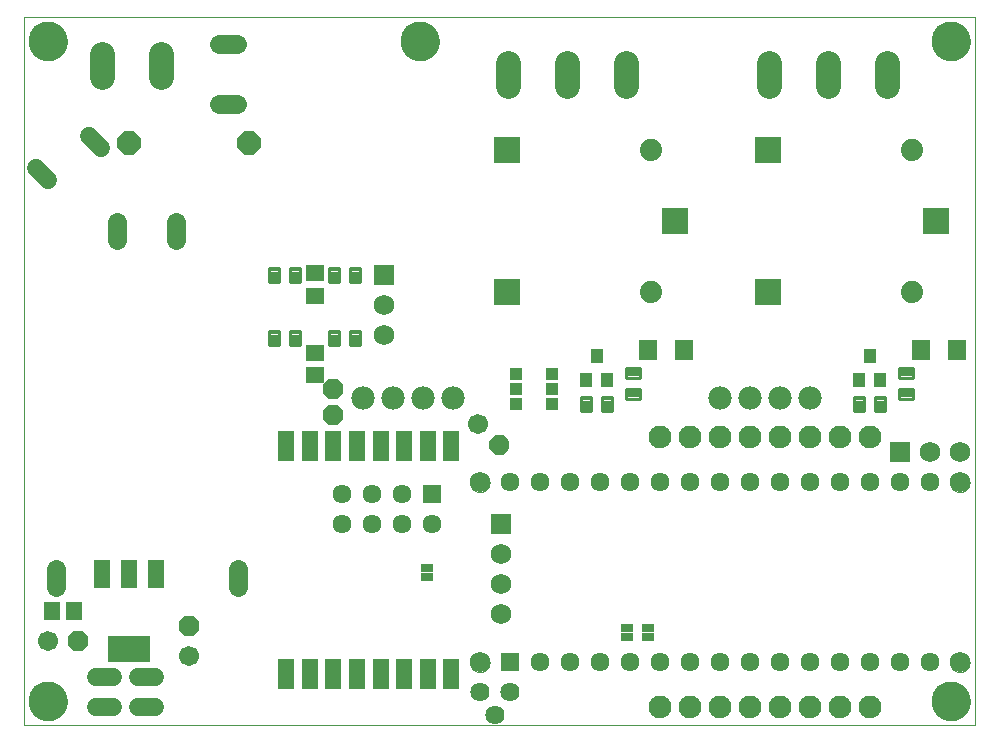
<source format=gbs>
G75*
%MOIN*%
%OFA0B0*%
%FSLAX25Y25*%
%IPPOS*%
%LPD*%
%AMOC8*
5,1,8,0,0,1.08239X$1,22.5*
%
%ADD10C,0.00000*%
%ADD11C,0.12998*%
%ADD12R,0.06337X0.06337*%
%ADD13C,0.06337*%
%ADD14C,0.01340*%
%ADD15C,0.06700*%
%ADD16R,0.05400X0.10400*%
%ADD17R,0.03900X0.02800*%
%ADD18OC8,0.06700*%
%ADD19R,0.09000X0.09000*%
%ADD20C,0.07400*%
%ADD21C,0.01100*%
%ADD22R,0.04400X0.04900*%
%ADD23C,0.08200*%
%ADD24R,0.06400X0.07000*%
%ADD25C,0.07600*%
%ADD26C,0.06337*%
%ADD27C,0.06000*%
%ADD28C,0.06400*%
%ADD29R,0.05518X0.06306*%
%ADD30R,0.05400X0.09400*%
%ADD31R,0.14400X0.08900*%
%ADD32C,0.06900*%
%ADD33C,0.07800*%
%ADD34OC8,0.08000*%
%ADD35C,0.06400*%
%ADD36R,0.06306X0.05518*%
%ADD37R,0.04400X0.04400*%
%ADD38R,0.06900X0.06900*%
D10*
X0006435Y0031850D02*
X0323435Y0031850D01*
X0323435Y0267850D01*
X0006435Y0267850D01*
X0006435Y0031850D01*
X0008136Y0039850D02*
X0008138Y0040008D01*
X0008144Y0040166D01*
X0008154Y0040324D01*
X0008168Y0040482D01*
X0008186Y0040639D01*
X0008207Y0040796D01*
X0008233Y0040952D01*
X0008263Y0041108D01*
X0008296Y0041263D01*
X0008334Y0041416D01*
X0008375Y0041569D01*
X0008420Y0041721D01*
X0008469Y0041872D01*
X0008522Y0042021D01*
X0008578Y0042169D01*
X0008638Y0042315D01*
X0008702Y0042460D01*
X0008770Y0042603D01*
X0008841Y0042745D01*
X0008915Y0042885D01*
X0008993Y0043022D01*
X0009075Y0043158D01*
X0009159Y0043292D01*
X0009248Y0043423D01*
X0009339Y0043552D01*
X0009434Y0043679D01*
X0009531Y0043804D01*
X0009632Y0043926D01*
X0009736Y0044045D01*
X0009843Y0044162D01*
X0009953Y0044276D01*
X0010066Y0044387D01*
X0010181Y0044496D01*
X0010299Y0044601D01*
X0010420Y0044703D01*
X0010543Y0044803D01*
X0010669Y0044899D01*
X0010797Y0044992D01*
X0010927Y0045082D01*
X0011060Y0045168D01*
X0011195Y0045252D01*
X0011331Y0045331D01*
X0011470Y0045408D01*
X0011611Y0045480D01*
X0011753Y0045550D01*
X0011897Y0045615D01*
X0012043Y0045677D01*
X0012190Y0045735D01*
X0012339Y0045790D01*
X0012489Y0045841D01*
X0012640Y0045888D01*
X0012792Y0045931D01*
X0012945Y0045970D01*
X0013100Y0046006D01*
X0013255Y0046037D01*
X0013411Y0046065D01*
X0013567Y0046089D01*
X0013724Y0046109D01*
X0013882Y0046125D01*
X0014039Y0046137D01*
X0014198Y0046145D01*
X0014356Y0046149D01*
X0014514Y0046149D01*
X0014672Y0046145D01*
X0014831Y0046137D01*
X0014988Y0046125D01*
X0015146Y0046109D01*
X0015303Y0046089D01*
X0015459Y0046065D01*
X0015615Y0046037D01*
X0015770Y0046006D01*
X0015925Y0045970D01*
X0016078Y0045931D01*
X0016230Y0045888D01*
X0016381Y0045841D01*
X0016531Y0045790D01*
X0016680Y0045735D01*
X0016827Y0045677D01*
X0016973Y0045615D01*
X0017117Y0045550D01*
X0017259Y0045480D01*
X0017400Y0045408D01*
X0017539Y0045331D01*
X0017675Y0045252D01*
X0017810Y0045168D01*
X0017943Y0045082D01*
X0018073Y0044992D01*
X0018201Y0044899D01*
X0018327Y0044803D01*
X0018450Y0044703D01*
X0018571Y0044601D01*
X0018689Y0044496D01*
X0018804Y0044387D01*
X0018917Y0044276D01*
X0019027Y0044162D01*
X0019134Y0044045D01*
X0019238Y0043926D01*
X0019339Y0043804D01*
X0019436Y0043679D01*
X0019531Y0043552D01*
X0019622Y0043423D01*
X0019711Y0043292D01*
X0019795Y0043158D01*
X0019877Y0043022D01*
X0019955Y0042885D01*
X0020029Y0042745D01*
X0020100Y0042603D01*
X0020168Y0042460D01*
X0020232Y0042315D01*
X0020292Y0042169D01*
X0020348Y0042021D01*
X0020401Y0041872D01*
X0020450Y0041721D01*
X0020495Y0041569D01*
X0020536Y0041416D01*
X0020574Y0041263D01*
X0020607Y0041108D01*
X0020637Y0040952D01*
X0020663Y0040796D01*
X0020684Y0040639D01*
X0020702Y0040482D01*
X0020716Y0040324D01*
X0020726Y0040166D01*
X0020732Y0040008D01*
X0020734Y0039850D01*
X0020732Y0039692D01*
X0020726Y0039534D01*
X0020716Y0039376D01*
X0020702Y0039218D01*
X0020684Y0039061D01*
X0020663Y0038904D01*
X0020637Y0038748D01*
X0020607Y0038592D01*
X0020574Y0038437D01*
X0020536Y0038284D01*
X0020495Y0038131D01*
X0020450Y0037979D01*
X0020401Y0037828D01*
X0020348Y0037679D01*
X0020292Y0037531D01*
X0020232Y0037385D01*
X0020168Y0037240D01*
X0020100Y0037097D01*
X0020029Y0036955D01*
X0019955Y0036815D01*
X0019877Y0036678D01*
X0019795Y0036542D01*
X0019711Y0036408D01*
X0019622Y0036277D01*
X0019531Y0036148D01*
X0019436Y0036021D01*
X0019339Y0035896D01*
X0019238Y0035774D01*
X0019134Y0035655D01*
X0019027Y0035538D01*
X0018917Y0035424D01*
X0018804Y0035313D01*
X0018689Y0035204D01*
X0018571Y0035099D01*
X0018450Y0034997D01*
X0018327Y0034897D01*
X0018201Y0034801D01*
X0018073Y0034708D01*
X0017943Y0034618D01*
X0017810Y0034532D01*
X0017675Y0034448D01*
X0017539Y0034369D01*
X0017400Y0034292D01*
X0017259Y0034220D01*
X0017117Y0034150D01*
X0016973Y0034085D01*
X0016827Y0034023D01*
X0016680Y0033965D01*
X0016531Y0033910D01*
X0016381Y0033859D01*
X0016230Y0033812D01*
X0016078Y0033769D01*
X0015925Y0033730D01*
X0015770Y0033694D01*
X0015615Y0033663D01*
X0015459Y0033635D01*
X0015303Y0033611D01*
X0015146Y0033591D01*
X0014988Y0033575D01*
X0014831Y0033563D01*
X0014672Y0033555D01*
X0014514Y0033551D01*
X0014356Y0033551D01*
X0014198Y0033555D01*
X0014039Y0033563D01*
X0013882Y0033575D01*
X0013724Y0033591D01*
X0013567Y0033611D01*
X0013411Y0033635D01*
X0013255Y0033663D01*
X0013100Y0033694D01*
X0012945Y0033730D01*
X0012792Y0033769D01*
X0012640Y0033812D01*
X0012489Y0033859D01*
X0012339Y0033910D01*
X0012190Y0033965D01*
X0012043Y0034023D01*
X0011897Y0034085D01*
X0011753Y0034150D01*
X0011611Y0034220D01*
X0011470Y0034292D01*
X0011331Y0034369D01*
X0011195Y0034448D01*
X0011060Y0034532D01*
X0010927Y0034618D01*
X0010797Y0034708D01*
X0010669Y0034801D01*
X0010543Y0034897D01*
X0010420Y0034997D01*
X0010299Y0035099D01*
X0010181Y0035204D01*
X0010066Y0035313D01*
X0009953Y0035424D01*
X0009843Y0035538D01*
X0009736Y0035655D01*
X0009632Y0035774D01*
X0009531Y0035896D01*
X0009434Y0036021D01*
X0009339Y0036148D01*
X0009248Y0036277D01*
X0009159Y0036408D01*
X0009075Y0036542D01*
X0008993Y0036678D01*
X0008915Y0036815D01*
X0008841Y0036955D01*
X0008770Y0037097D01*
X0008702Y0037240D01*
X0008638Y0037385D01*
X0008578Y0037531D01*
X0008522Y0037679D01*
X0008469Y0037828D01*
X0008420Y0037979D01*
X0008375Y0038131D01*
X0008334Y0038284D01*
X0008296Y0038437D01*
X0008263Y0038592D01*
X0008233Y0038748D01*
X0008207Y0038904D01*
X0008186Y0039061D01*
X0008168Y0039218D01*
X0008154Y0039376D01*
X0008144Y0039534D01*
X0008138Y0039692D01*
X0008136Y0039850D01*
X0155185Y0052850D02*
X0155187Y0052963D01*
X0155193Y0053077D01*
X0155203Y0053190D01*
X0155217Y0053302D01*
X0155234Y0053414D01*
X0155256Y0053526D01*
X0155282Y0053636D01*
X0155311Y0053746D01*
X0155344Y0053854D01*
X0155381Y0053962D01*
X0155422Y0054067D01*
X0155466Y0054172D01*
X0155514Y0054275D01*
X0155565Y0054376D01*
X0155620Y0054475D01*
X0155679Y0054572D01*
X0155741Y0054667D01*
X0155806Y0054760D01*
X0155874Y0054851D01*
X0155945Y0054939D01*
X0156020Y0055025D01*
X0156097Y0055108D01*
X0156177Y0055188D01*
X0156260Y0055265D01*
X0156346Y0055340D01*
X0156434Y0055411D01*
X0156525Y0055479D01*
X0156618Y0055544D01*
X0156713Y0055606D01*
X0156810Y0055665D01*
X0156909Y0055720D01*
X0157010Y0055771D01*
X0157113Y0055819D01*
X0157218Y0055863D01*
X0157323Y0055904D01*
X0157431Y0055941D01*
X0157539Y0055974D01*
X0157649Y0056003D01*
X0157759Y0056029D01*
X0157871Y0056051D01*
X0157983Y0056068D01*
X0158095Y0056082D01*
X0158208Y0056092D01*
X0158322Y0056098D01*
X0158435Y0056100D01*
X0158548Y0056098D01*
X0158662Y0056092D01*
X0158775Y0056082D01*
X0158887Y0056068D01*
X0158999Y0056051D01*
X0159111Y0056029D01*
X0159221Y0056003D01*
X0159331Y0055974D01*
X0159439Y0055941D01*
X0159547Y0055904D01*
X0159652Y0055863D01*
X0159757Y0055819D01*
X0159860Y0055771D01*
X0159961Y0055720D01*
X0160060Y0055665D01*
X0160157Y0055606D01*
X0160252Y0055544D01*
X0160345Y0055479D01*
X0160436Y0055411D01*
X0160524Y0055340D01*
X0160610Y0055265D01*
X0160693Y0055188D01*
X0160773Y0055108D01*
X0160850Y0055025D01*
X0160925Y0054939D01*
X0160996Y0054851D01*
X0161064Y0054760D01*
X0161129Y0054667D01*
X0161191Y0054572D01*
X0161250Y0054475D01*
X0161305Y0054376D01*
X0161356Y0054275D01*
X0161404Y0054172D01*
X0161448Y0054067D01*
X0161489Y0053962D01*
X0161526Y0053854D01*
X0161559Y0053746D01*
X0161588Y0053636D01*
X0161614Y0053526D01*
X0161636Y0053414D01*
X0161653Y0053302D01*
X0161667Y0053190D01*
X0161677Y0053077D01*
X0161683Y0052963D01*
X0161685Y0052850D01*
X0161683Y0052737D01*
X0161677Y0052623D01*
X0161667Y0052510D01*
X0161653Y0052398D01*
X0161636Y0052286D01*
X0161614Y0052174D01*
X0161588Y0052064D01*
X0161559Y0051954D01*
X0161526Y0051846D01*
X0161489Y0051738D01*
X0161448Y0051633D01*
X0161404Y0051528D01*
X0161356Y0051425D01*
X0161305Y0051324D01*
X0161250Y0051225D01*
X0161191Y0051128D01*
X0161129Y0051033D01*
X0161064Y0050940D01*
X0160996Y0050849D01*
X0160925Y0050761D01*
X0160850Y0050675D01*
X0160773Y0050592D01*
X0160693Y0050512D01*
X0160610Y0050435D01*
X0160524Y0050360D01*
X0160436Y0050289D01*
X0160345Y0050221D01*
X0160252Y0050156D01*
X0160157Y0050094D01*
X0160060Y0050035D01*
X0159961Y0049980D01*
X0159860Y0049929D01*
X0159757Y0049881D01*
X0159652Y0049837D01*
X0159547Y0049796D01*
X0159439Y0049759D01*
X0159331Y0049726D01*
X0159221Y0049697D01*
X0159111Y0049671D01*
X0158999Y0049649D01*
X0158887Y0049632D01*
X0158775Y0049618D01*
X0158662Y0049608D01*
X0158548Y0049602D01*
X0158435Y0049600D01*
X0158322Y0049602D01*
X0158208Y0049608D01*
X0158095Y0049618D01*
X0157983Y0049632D01*
X0157871Y0049649D01*
X0157759Y0049671D01*
X0157649Y0049697D01*
X0157539Y0049726D01*
X0157431Y0049759D01*
X0157323Y0049796D01*
X0157218Y0049837D01*
X0157113Y0049881D01*
X0157010Y0049929D01*
X0156909Y0049980D01*
X0156810Y0050035D01*
X0156713Y0050094D01*
X0156618Y0050156D01*
X0156525Y0050221D01*
X0156434Y0050289D01*
X0156346Y0050360D01*
X0156260Y0050435D01*
X0156177Y0050512D01*
X0156097Y0050592D01*
X0156020Y0050675D01*
X0155945Y0050761D01*
X0155874Y0050849D01*
X0155806Y0050940D01*
X0155741Y0051033D01*
X0155679Y0051128D01*
X0155620Y0051225D01*
X0155565Y0051324D01*
X0155514Y0051425D01*
X0155466Y0051528D01*
X0155422Y0051633D01*
X0155381Y0051738D01*
X0155344Y0051846D01*
X0155311Y0051954D01*
X0155282Y0052064D01*
X0155256Y0052174D01*
X0155234Y0052286D01*
X0155217Y0052398D01*
X0155203Y0052510D01*
X0155193Y0052623D01*
X0155187Y0052737D01*
X0155185Y0052850D01*
X0155185Y0112850D02*
X0155187Y0112963D01*
X0155193Y0113077D01*
X0155203Y0113190D01*
X0155217Y0113302D01*
X0155234Y0113414D01*
X0155256Y0113526D01*
X0155282Y0113636D01*
X0155311Y0113746D01*
X0155344Y0113854D01*
X0155381Y0113962D01*
X0155422Y0114067D01*
X0155466Y0114172D01*
X0155514Y0114275D01*
X0155565Y0114376D01*
X0155620Y0114475D01*
X0155679Y0114572D01*
X0155741Y0114667D01*
X0155806Y0114760D01*
X0155874Y0114851D01*
X0155945Y0114939D01*
X0156020Y0115025D01*
X0156097Y0115108D01*
X0156177Y0115188D01*
X0156260Y0115265D01*
X0156346Y0115340D01*
X0156434Y0115411D01*
X0156525Y0115479D01*
X0156618Y0115544D01*
X0156713Y0115606D01*
X0156810Y0115665D01*
X0156909Y0115720D01*
X0157010Y0115771D01*
X0157113Y0115819D01*
X0157218Y0115863D01*
X0157323Y0115904D01*
X0157431Y0115941D01*
X0157539Y0115974D01*
X0157649Y0116003D01*
X0157759Y0116029D01*
X0157871Y0116051D01*
X0157983Y0116068D01*
X0158095Y0116082D01*
X0158208Y0116092D01*
X0158322Y0116098D01*
X0158435Y0116100D01*
X0158548Y0116098D01*
X0158662Y0116092D01*
X0158775Y0116082D01*
X0158887Y0116068D01*
X0158999Y0116051D01*
X0159111Y0116029D01*
X0159221Y0116003D01*
X0159331Y0115974D01*
X0159439Y0115941D01*
X0159547Y0115904D01*
X0159652Y0115863D01*
X0159757Y0115819D01*
X0159860Y0115771D01*
X0159961Y0115720D01*
X0160060Y0115665D01*
X0160157Y0115606D01*
X0160252Y0115544D01*
X0160345Y0115479D01*
X0160436Y0115411D01*
X0160524Y0115340D01*
X0160610Y0115265D01*
X0160693Y0115188D01*
X0160773Y0115108D01*
X0160850Y0115025D01*
X0160925Y0114939D01*
X0160996Y0114851D01*
X0161064Y0114760D01*
X0161129Y0114667D01*
X0161191Y0114572D01*
X0161250Y0114475D01*
X0161305Y0114376D01*
X0161356Y0114275D01*
X0161404Y0114172D01*
X0161448Y0114067D01*
X0161489Y0113962D01*
X0161526Y0113854D01*
X0161559Y0113746D01*
X0161588Y0113636D01*
X0161614Y0113526D01*
X0161636Y0113414D01*
X0161653Y0113302D01*
X0161667Y0113190D01*
X0161677Y0113077D01*
X0161683Y0112963D01*
X0161685Y0112850D01*
X0161683Y0112737D01*
X0161677Y0112623D01*
X0161667Y0112510D01*
X0161653Y0112398D01*
X0161636Y0112286D01*
X0161614Y0112174D01*
X0161588Y0112064D01*
X0161559Y0111954D01*
X0161526Y0111846D01*
X0161489Y0111738D01*
X0161448Y0111633D01*
X0161404Y0111528D01*
X0161356Y0111425D01*
X0161305Y0111324D01*
X0161250Y0111225D01*
X0161191Y0111128D01*
X0161129Y0111033D01*
X0161064Y0110940D01*
X0160996Y0110849D01*
X0160925Y0110761D01*
X0160850Y0110675D01*
X0160773Y0110592D01*
X0160693Y0110512D01*
X0160610Y0110435D01*
X0160524Y0110360D01*
X0160436Y0110289D01*
X0160345Y0110221D01*
X0160252Y0110156D01*
X0160157Y0110094D01*
X0160060Y0110035D01*
X0159961Y0109980D01*
X0159860Y0109929D01*
X0159757Y0109881D01*
X0159652Y0109837D01*
X0159547Y0109796D01*
X0159439Y0109759D01*
X0159331Y0109726D01*
X0159221Y0109697D01*
X0159111Y0109671D01*
X0158999Y0109649D01*
X0158887Y0109632D01*
X0158775Y0109618D01*
X0158662Y0109608D01*
X0158548Y0109602D01*
X0158435Y0109600D01*
X0158322Y0109602D01*
X0158208Y0109608D01*
X0158095Y0109618D01*
X0157983Y0109632D01*
X0157871Y0109649D01*
X0157759Y0109671D01*
X0157649Y0109697D01*
X0157539Y0109726D01*
X0157431Y0109759D01*
X0157323Y0109796D01*
X0157218Y0109837D01*
X0157113Y0109881D01*
X0157010Y0109929D01*
X0156909Y0109980D01*
X0156810Y0110035D01*
X0156713Y0110094D01*
X0156618Y0110156D01*
X0156525Y0110221D01*
X0156434Y0110289D01*
X0156346Y0110360D01*
X0156260Y0110435D01*
X0156177Y0110512D01*
X0156097Y0110592D01*
X0156020Y0110675D01*
X0155945Y0110761D01*
X0155874Y0110849D01*
X0155806Y0110940D01*
X0155741Y0111033D01*
X0155679Y0111128D01*
X0155620Y0111225D01*
X0155565Y0111324D01*
X0155514Y0111425D01*
X0155466Y0111528D01*
X0155422Y0111633D01*
X0155381Y0111738D01*
X0155344Y0111846D01*
X0155311Y0111954D01*
X0155282Y0112064D01*
X0155256Y0112174D01*
X0155234Y0112286D01*
X0155217Y0112398D01*
X0155203Y0112510D01*
X0155193Y0112623D01*
X0155187Y0112737D01*
X0155185Y0112850D01*
X0309136Y0039850D02*
X0309138Y0040008D01*
X0309144Y0040166D01*
X0309154Y0040324D01*
X0309168Y0040482D01*
X0309186Y0040639D01*
X0309207Y0040796D01*
X0309233Y0040952D01*
X0309263Y0041108D01*
X0309296Y0041263D01*
X0309334Y0041416D01*
X0309375Y0041569D01*
X0309420Y0041721D01*
X0309469Y0041872D01*
X0309522Y0042021D01*
X0309578Y0042169D01*
X0309638Y0042315D01*
X0309702Y0042460D01*
X0309770Y0042603D01*
X0309841Y0042745D01*
X0309915Y0042885D01*
X0309993Y0043022D01*
X0310075Y0043158D01*
X0310159Y0043292D01*
X0310248Y0043423D01*
X0310339Y0043552D01*
X0310434Y0043679D01*
X0310531Y0043804D01*
X0310632Y0043926D01*
X0310736Y0044045D01*
X0310843Y0044162D01*
X0310953Y0044276D01*
X0311066Y0044387D01*
X0311181Y0044496D01*
X0311299Y0044601D01*
X0311420Y0044703D01*
X0311543Y0044803D01*
X0311669Y0044899D01*
X0311797Y0044992D01*
X0311927Y0045082D01*
X0312060Y0045168D01*
X0312195Y0045252D01*
X0312331Y0045331D01*
X0312470Y0045408D01*
X0312611Y0045480D01*
X0312753Y0045550D01*
X0312897Y0045615D01*
X0313043Y0045677D01*
X0313190Y0045735D01*
X0313339Y0045790D01*
X0313489Y0045841D01*
X0313640Y0045888D01*
X0313792Y0045931D01*
X0313945Y0045970D01*
X0314100Y0046006D01*
X0314255Y0046037D01*
X0314411Y0046065D01*
X0314567Y0046089D01*
X0314724Y0046109D01*
X0314882Y0046125D01*
X0315039Y0046137D01*
X0315198Y0046145D01*
X0315356Y0046149D01*
X0315514Y0046149D01*
X0315672Y0046145D01*
X0315831Y0046137D01*
X0315988Y0046125D01*
X0316146Y0046109D01*
X0316303Y0046089D01*
X0316459Y0046065D01*
X0316615Y0046037D01*
X0316770Y0046006D01*
X0316925Y0045970D01*
X0317078Y0045931D01*
X0317230Y0045888D01*
X0317381Y0045841D01*
X0317531Y0045790D01*
X0317680Y0045735D01*
X0317827Y0045677D01*
X0317973Y0045615D01*
X0318117Y0045550D01*
X0318259Y0045480D01*
X0318400Y0045408D01*
X0318539Y0045331D01*
X0318675Y0045252D01*
X0318810Y0045168D01*
X0318943Y0045082D01*
X0319073Y0044992D01*
X0319201Y0044899D01*
X0319327Y0044803D01*
X0319450Y0044703D01*
X0319571Y0044601D01*
X0319689Y0044496D01*
X0319804Y0044387D01*
X0319917Y0044276D01*
X0320027Y0044162D01*
X0320134Y0044045D01*
X0320238Y0043926D01*
X0320339Y0043804D01*
X0320436Y0043679D01*
X0320531Y0043552D01*
X0320622Y0043423D01*
X0320711Y0043292D01*
X0320795Y0043158D01*
X0320877Y0043022D01*
X0320955Y0042885D01*
X0321029Y0042745D01*
X0321100Y0042603D01*
X0321168Y0042460D01*
X0321232Y0042315D01*
X0321292Y0042169D01*
X0321348Y0042021D01*
X0321401Y0041872D01*
X0321450Y0041721D01*
X0321495Y0041569D01*
X0321536Y0041416D01*
X0321574Y0041263D01*
X0321607Y0041108D01*
X0321637Y0040952D01*
X0321663Y0040796D01*
X0321684Y0040639D01*
X0321702Y0040482D01*
X0321716Y0040324D01*
X0321726Y0040166D01*
X0321732Y0040008D01*
X0321734Y0039850D01*
X0321732Y0039692D01*
X0321726Y0039534D01*
X0321716Y0039376D01*
X0321702Y0039218D01*
X0321684Y0039061D01*
X0321663Y0038904D01*
X0321637Y0038748D01*
X0321607Y0038592D01*
X0321574Y0038437D01*
X0321536Y0038284D01*
X0321495Y0038131D01*
X0321450Y0037979D01*
X0321401Y0037828D01*
X0321348Y0037679D01*
X0321292Y0037531D01*
X0321232Y0037385D01*
X0321168Y0037240D01*
X0321100Y0037097D01*
X0321029Y0036955D01*
X0320955Y0036815D01*
X0320877Y0036678D01*
X0320795Y0036542D01*
X0320711Y0036408D01*
X0320622Y0036277D01*
X0320531Y0036148D01*
X0320436Y0036021D01*
X0320339Y0035896D01*
X0320238Y0035774D01*
X0320134Y0035655D01*
X0320027Y0035538D01*
X0319917Y0035424D01*
X0319804Y0035313D01*
X0319689Y0035204D01*
X0319571Y0035099D01*
X0319450Y0034997D01*
X0319327Y0034897D01*
X0319201Y0034801D01*
X0319073Y0034708D01*
X0318943Y0034618D01*
X0318810Y0034532D01*
X0318675Y0034448D01*
X0318539Y0034369D01*
X0318400Y0034292D01*
X0318259Y0034220D01*
X0318117Y0034150D01*
X0317973Y0034085D01*
X0317827Y0034023D01*
X0317680Y0033965D01*
X0317531Y0033910D01*
X0317381Y0033859D01*
X0317230Y0033812D01*
X0317078Y0033769D01*
X0316925Y0033730D01*
X0316770Y0033694D01*
X0316615Y0033663D01*
X0316459Y0033635D01*
X0316303Y0033611D01*
X0316146Y0033591D01*
X0315988Y0033575D01*
X0315831Y0033563D01*
X0315672Y0033555D01*
X0315514Y0033551D01*
X0315356Y0033551D01*
X0315198Y0033555D01*
X0315039Y0033563D01*
X0314882Y0033575D01*
X0314724Y0033591D01*
X0314567Y0033611D01*
X0314411Y0033635D01*
X0314255Y0033663D01*
X0314100Y0033694D01*
X0313945Y0033730D01*
X0313792Y0033769D01*
X0313640Y0033812D01*
X0313489Y0033859D01*
X0313339Y0033910D01*
X0313190Y0033965D01*
X0313043Y0034023D01*
X0312897Y0034085D01*
X0312753Y0034150D01*
X0312611Y0034220D01*
X0312470Y0034292D01*
X0312331Y0034369D01*
X0312195Y0034448D01*
X0312060Y0034532D01*
X0311927Y0034618D01*
X0311797Y0034708D01*
X0311669Y0034801D01*
X0311543Y0034897D01*
X0311420Y0034997D01*
X0311299Y0035099D01*
X0311181Y0035204D01*
X0311066Y0035313D01*
X0310953Y0035424D01*
X0310843Y0035538D01*
X0310736Y0035655D01*
X0310632Y0035774D01*
X0310531Y0035896D01*
X0310434Y0036021D01*
X0310339Y0036148D01*
X0310248Y0036277D01*
X0310159Y0036408D01*
X0310075Y0036542D01*
X0309993Y0036678D01*
X0309915Y0036815D01*
X0309841Y0036955D01*
X0309770Y0037097D01*
X0309702Y0037240D01*
X0309638Y0037385D01*
X0309578Y0037531D01*
X0309522Y0037679D01*
X0309469Y0037828D01*
X0309420Y0037979D01*
X0309375Y0038131D01*
X0309334Y0038284D01*
X0309296Y0038437D01*
X0309263Y0038592D01*
X0309233Y0038748D01*
X0309207Y0038904D01*
X0309186Y0039061D01*
X0309168Y0039218D01*
X0309154Y0039376D01*
X0309144Y0039534D01*
X0309138Y0039692D01*
X0309136Y0039850D01*
X0315185Y0052850D02*
X0315187Y0052963D01*
X0315193Y0053077D01*
X0315203Y0053190D01*
X0315217Y0053302D01*
X0315234Y0053414D01*
X0315256Y0053526D01*
X0315282Y0053636D01*
X0315311Y0053746D01*
X0315344Y0053854D01*
X0315381Y0053962D01*
X0315422Y0054067D01*
X0315466Y0054172D01*
X0315514Y0054275D01*
X0315565Y0054376D01*
X0315620Y0054475D01*
X0315679Y0054572D01*
X0315741Y0054667D01*
X0315806Y0054760D01*
X0315874Y0054851D01*
X0315945Y0054939D01*
X0316020Y0055025D01*
X0316097Y0055108D01*
X0316177Y0055188D01*
X0316260Y0055265D01*
X0316346Y0055340D01*
X0316434Y0055411D01*
X0316525Y0055479D01*
X0316618Y0055544D01*
X0316713Y0055606D01*
X0316810Y0055665D01*
X0316909Y0055720D01*
X0317010Y0055771D01*
X0317113Y0055819D01*
X0317218Y0055863D01*
X0317323Y0055904D01*
X0317431Y0055941D01*
X0317539Y0055974D01*
X0317649Y0056003D01*
X0317759Y0056029D01*
X0317871Y0056051D01*
X0317983Y0056068D01*
X0318095Y0056082D01*
X0318208Y0056092D01*
X0318322Y0056098D01*
X0318435Y0056100D01*
X0318548Y0056098D01*
X0318662Y0056092D01*
X0318775Y0056082D01*
X0318887Y0056068D01*
X0318999Y0056051D01*
X0319111Y0056029D01*
X0319221Y0056003D01*
X0319331Y0055974D01*
X0319439Y0055941D01*
X0319547Y0055904D01*
X0319652Y0055863D01*
X0319757Y0055819D01*
X0319860Y0055771D01*
X0319961Y0055720D01*
X0320060Y0055665D01*
X0320157Y0055606D01*
X0320252Y0055544D01*
X0320345Y0055479D01*
X0320436Y0055411D01*
X0320524Y0055340D01*
X0320610Y0055265D01*
X0320693Y0055188D01*
X0320773Y0055108D01*
X0320850Y0055025D01*
X0320925Y0054939D01*
X0320996Y0054851D01*
X0321064Y0054760D01*
X0321129Y0054667D01*
X0321191Y0054572D01*
X0321250Y0054475D01*
X0321305Y0054376D01*
X0321356Y0054275D01*
X0321404Y0054172D01*
X0321448Y0054067D01*
X0321489Y0053962D01*
X0321526Y0053854D01*
X0321559Y0053746D01*
X0321588Y0053636D01*
X0321614Y0053526D01*
X0321636Y0053414D01*
X0321653Y0053302D01*
X0321667Y0053190D01*
X0321677Y0053077D01*
X0321683Y0052963D01*
X0321685Y0052850D01*
X0321683Y0052737D01*
X0321677Y0052623D01*
X0321667Y0052510D01*
X0321653Y0052398D01*
X0321636Y0052286D01*
X0321614Y0052174D01*
X0321588Y0052064D01*
X0321559Y0051954D01*
X0321526Y0051846D01*
X0321489Y0051738D01*
X0321448Y0051633D01*
X0321404Y0051528D01*
X0321356Y0051425D01*
X0321305Y0051324D01*
X0321250Y0051225D01*
X0321191Y0051128D01*
X0321129Y0051033D01*
X0321064Y0050940D01*
X0320996Y0050849D01*
X0320925Y0050761D01*
X0320850Y0050675D01*
X0320773Y0050592D01*
X0320693Y0050512D01*
X0320610Y0050435D01*
X0320524Y0050360D01*
X0320436Y0050289D01*
X0320345Y0050221D01*
X0320252Y0050156D01*
X0320157Y0050094D01*
X0320060Y0050035D01*
X0319961Y0049980D01*
X0319860Y0049929D01*
X0319757Y0049881D01*
X0319652Y0049837D01*
X0319547Y0049796D01*
X0319439Y0049759D01*
X0319331Y0049726D01*
X0319221Y0049697D01*
X0319111Y0049671D01*
X0318999Y0049649D01*
X0318887Y0049632D01*
X0318775Y0049618D01*
X0318662Y0049608D01*
X0318548Y0049602D01*
X0318435Y0049600D01*
X0318322Y0049602D01*
X0318208Y0049608D01*
X0318095Y0049618D01*
X0317983Y0049632D01*
X0317871Y0049649D01*
X0317759Y0049671D01*
X0317649Y0049697D01*
X0317539Y0049726D01*
X0317431Y0049759D01*
X0317323Y0049796D01*
X0317218Y0049837D01*
X0317113Y0049881D01*
X0317010Y0049929D01*
X0316909Y0049980D01*
X0316810Y0050035D01*
X0316713Y0050094D01*
X0316618Y0050156D01*
X0316525Y0050221D01*
X0316434Y0050289D01*
X0316346Y0050360D01*
X0316260Y0050435D01*
X0316177Y0050512D01*
X0316097Y0050592D01*
X0316020Y0050675D01*
X0315945Y0050761D01*
X0315874Y0050849D01*
X0315806Y0050940D01*
X0315741Y0051033D01*
X0315679Y0051128D01*
X0315620Y0051225D01*
X0315565Y0051324D01*
X0315514Y0051425D01*
X0315466Y0051528D01*
X0315422Y0051633D01*
X0315381Y0051738D01*
X0315344Y0051846D01*
X0315311Y0051954D01*
X0315282Y0052064D01*
X0315256Y0052174D01*
X0315234Y0052286D01*
X0315217Y0052398D01*
X0315203Y0052510D01*
X0315193Y0052623D01*
X0315187Y0052737D01*
X0315185Y0052850D01*
X0315185Y0112850D02*
X0315187Y0112963D01*
X0315193Y0113077D01*
X0315203Y0113190D01*
X0315217Y0113302D01*
X0315234Y0113414D01*
X0315256Y0113526D01*
X0315282Y0113636D01*
X0315311Y0113746D01*
X0315344Y0113854D01*
X0315381Y0113962D01*
X0315422Y0114067D01*
X0315466Y0114172D01*
X0315514Y0114275D01*
X0315565Y0114376D01*
X0315620Y0114475D01*
X0315679Y0114572D01*
X0315741Y0114667D01*
X0315806Y0114760D01*
X0315874Y0114851D01*
X0315945Y0114939D01*
X0316020Y0115025D01*
X0316097Y0115108D01*
X0316177Y0115188D01*
X0316260Y0115265D01*
X0316346Y0115340D01*
X0316434Y0115411D01*
X0316525Y0115479D01*
X0316618Y0115544D01*
X0316713Y0115606D01*
X0316810Y0115665D01*
X0316909Y0115720D01*
X0317010Y0115771D01*
X0317113Y0115819D01*
X0317218Y0115863D01*
X0317323Y0115904D01*
X0317431Y0115941D01*
X0317539Y0115974D01*
X0317649Y0116003D01*
X0317759Y0116029D01*
X0317871Y0116051D01*
X0317983Y0116068D01*
X0318095Y0116082D01*
X0318208Y0116092D01*
X0318322Y0116098D01*
X0318435Y0116100D01*
X0318548Y0116098D01*
X0318662Y0116092D01*
X0318775Y0116082D01*
X0318887Y0116068D01*
X0318999Y0116051D01*
X0319111Y0116029D01*
X0319221Y0116003D01*
X0319331Y0115974D01*
X0319439Y0115941D01*
X0319547Y0115904D01*
X0319652Y0115863D01*
X0319757Y0115819D01*
X0319860Y0115771D01*
X0319961Y0115720D01*
X0320060Y0115665D01*
X0320157Y0115606D01*
X0320252Y0115544D01*
X0320345Y0115479D01*
X0320436Y0115411D01*
X0320524Y0115340D01*
X0320610Y0115265D01*
X0320693Y0115188D01*
X0320773Y0115108D01*
X0320850Y0115025D01*
X0320925Y0114939D01*
X0320996Y0114851D01*
X0321064Y0114760D01*
X0321129Y0114667D01*
X0321191Y0114572D01*
X0321250Y0114475D01*
X0321305Y0114376D01*
X0321356Y0114275D01*
X0321404Y0114172D01*
X0321448Y0114067D01*
X0321489Y0113962D01*
X0321526Y0113854D01*
X0321559Y0113746D01*
X0321588Y0113636D01*
X0321614Y0113526D01*
X0321636Y0113414D01*
X0321653Y0113302D01*
X0321667Y0113190D01*
X0321677Y0113077D01*
X0321683Y0112963D01*
X0321685Y0112850D01*
X0321683Y0112737D01*
X0321677Y0112623D01*
X0321667Y0112510D01*
X0321653Y0112398D01*
X0321636Y0112286D01*
X0321614Y0112174D01*
X0321588Y0112064D01*
X0321559Y0111954D01*
X0321526Y0111846D01*
X0321489Y0111738D01*
X0321448Y0111633D01*
X0321404Y0111528D01*
X0321356Y0111425D01*
X0321305Y0111324D01*
X0321250Y0111225D01*
X0321191Y0111128D01*
X0321129Y0111033D01*
X0321064Y0110940D01*
X0320996Y0110849D01*
X0320925Y0110761D01*
X0320850Y0110675D01*
X0320773Y0110592D01*
X0320693Y0110512D01*
X0320610Y0110435D01*
X0320524Y0110360D01*
X0320436Y0110289D01*
X0320345Y0110221D01*
X0320252Y0110156D01*
X0320157Y0110094D01*
X0320060Y0110035D01*
X0319961Y0109980D01*
X0319860Y0109929D01*
X0319757Y0109881D01*
X0319652Y0109837D01*
X0319547Y0109796D01*
X0319439Y0109759D01*
X0319331Y0109726D01*
X0319221Y0109697D01*
X0319111Y0109671D01*
X0318999Y0109649D01*
X0318887Y0109632D01*
X0318775Y0109618D01*
X0318662Y0109608D01*
X0318548Y0109602D01*
X0318435Y0109600D01*
X0318322Y0109602D01*
X0318208Y0109608D01*
X0318095Y0109618D01*
X0317983Y0109632D01*
X0317871Y0109649D01*
X0317759Y0109671D01*
X0317649Y0109697D01*
X0317539Y0109726D01*
X0317431Y0109759D01*
X0317323Y0109796D01*
X0317218Y0109837D01*
X0317113Y0109881D01*
X0317010Y0109929D01*
X0316909Y0109980D01*
X0316810Y0110035D01*
X0316713Y0110094D01*
X0316618Y0110156D01*
X0316525Y0110221D01*
X0316434Y0110289D01*
X0316346Y0110360D01*
X0316260Y0110435D01*
X0316177Y0110512D01*
X0316097Y0110592D01*
X0316020Y0110675D01*
X0315945Y0110761D01*
X0315874Y0110849D01*
X0315806Y0110940D01*
X0315741Y0111033D01*
X0315679Y0111128D01*
X0315620Y0111225D01*
X0315565Y0111324D01*
X0315514Y0111425D01*
X0315466Y0111528D01*
X0315422Y0111633D01*
X0315381Y0111738D01*
X0315344Y0111846D01*
X0315311Y0111954D01*
X0315282Y0112064D01*
X0315256Y0112174D01*
X0315234Y0112286D01*
X0315217Y0112398D01*
X0315203Y0112510D01*
X0315193Y0112623D01*
X0315187Y0112737D01*
X0315185Y0112850D01*
X0309136Y0259850D02*
X0309138Y0260008D01*
X0309144Y0260166D01*
X0309154Y0260324D01*
X0309168Y0260482D01*
X0309186Y0260639D01*
X0309207Y0260796D01*
X0309233Y0260952D01*
X0309263Y0261108D01*
X0309296Y0261263D01*
X0309334Y0261416D01*
X0309375Y0261569D01*
X0309420Y0261721D01*
X0309469Y0261872D01*
X0309522Y0262021D01*
X0309578Y0262169D01*
X0309638Y0262315D01*
X0309702Y0262460D01*
X0309770Y0262603D01*
X0309841Y0262745D01*
X0309915Y0262885D01*
X0309993Y0263022D01*
X0310075Y0263158D01*
X0310159Y0263292D01*
X0310248Y0263423D01*
X0310339Y0263552D01*
X0310434Y0263679D01*
X0310531Y0263804D01*
X0310632Y0263926D01*
X0310736Y0264045D01*
X0310843Y0264162D01*
X0310953Y0264276D01*
X0311066Y0264387D01*
X0311181Y0264496D01*
X0311299Y0264601D01*
X0311420Y0264703D01*
X0311543Y0264803D01*
X0311669Y0264899D01*
X0311797Y0264992D01*
X0311927Y0265082D01*
X0312060Y0265168D01*
X0312195Y0265252D01*
X0312331Y0265331D01*
X0312470Y0265408D01*
X0312611Y0265480D01*
X0312753Y0265550D01*
X0312897Y0265615D01*
X0313043Y0265677D01*
X0313190Y0265735D01*
X0313339Y0265790D01*
X0313489Y0265841D01*
X0313640Y0265888D01*
X0313792Y0265931D01*
X0313945Y0265970D01*
X0314100Y0266006D01*
X0314255Y0266037D01*
X0314411Y0266065D01*
X0314567Y0266089D01*
X0314724Y0266109D01*
X0314882Y0266125D01*
X0315039Y0266137D01*
X0315198Y0266145D01*
X0315356Y0266149D01*
X0315514Y0266149D01*
X0315672Y0266145D01*
X0315831Y0266137D01*
X0315988Y0266125D01*
X0316146Y0266109D01*
X0316303Y0266089D01*
X0316459Y0266065D01*
X0316615Y0266037D01*
X0316770Y0266006D01*
X0316925Y0265970D01*
X0317078Y0265931D01*
X0317230Y0265888D01*
X0317381Y0265841D01*
X0317531Y0265790D01*
X0317680Y0265735D01*
X0317827Y0265677D01*
X0317973Y0265615D01*
X0318117Y0265550D01*
X0318259Y0265480D01*
X0318400Y0265408D01*
X0318539Y0265331D01*
X0318675Y0265252D01*
X0318810Y0265168D01*
X0318943Y0265082D01*
X0319073Y0264992D01*
X0319201Y0264899D01*
X0319327Y0264803D01*
X0319450Y0264703D01*
X0319571Y0264601D01*
X0319689Y0264496D01*
X0319804Y0264387D01*
X0319917Y0264276D01*
X0320027Y0264162D01*
X0320134Y0264045D01*
X0320238Y0263926D01*
X0320339Y0263804D01*
X0320436Y0263679D01*
X0320531Y0263552D01*
X0320622Y0263423D01*
X0320711Y0263292D01*
X0320795Y0263158D01*
X0320877Y0263022D01*
X0320955Y0262885D01*
X0321029Y0262745D01*
X0321100Y0262603D01*
X0321168Y0262460D01*
X0321232Y0262315D01*
X0321292Y0262169D01*
X0321348Y0262021D01*
X0321401Y0261872D01*
X0321450Y0261721D01*
X0321495Y0261569D01*
X0321536Y0261416D01*
X0321574Y0261263D01*
X0321607Y0261108D01*
X0321637Y0260952D01*
X0321663Y0260796D01*
X0321684Y0260639D01*
X0321702Y0260482D01*
X0321716Y0260324D01*
X0321726Y0260166D01*
X0321732Y0260008D01*
X0321734Y0259850D01*
X0321732Y0259692D01*
X0321726Y0259534D01*
X0321716Y0259376D01*
X0321702Y0259218D01*
X0321684Y0259061D01*
X0321663Y0258904D01*
X0321637Y0258748D01*
X0321607Y0258592D01*
X0321574Y0258437D01*
X0321536Y0258284D01*
X0321495Y0258131D01*
X0321450Y0257979D01*
X0321401Y0257828D01*
X0321348Y0257679D01*
X0321292Y0257531D01*
X0321232Y0257385D01*
X0321168Y0257240D01*
X0321100Y0257097D01*
X0321029Y0256955D01*
X0320955Y0256815D01*
X0320877Y0256678D01*
X0320795Y0256542D01*
X0320711Y0256408D01*
X0320622Y0256277D01*
X0320531Y0256148D01*
X0320436Y0256021D01*
X0320339Y0255896D01*
X0320238Y0255774D01*
X0320134Y0255655D01*
X0320027Y0255538D01*
X0319917Y0255424D01*
X0319804Y0255313D01*
X0319689Y0255204D01*
X0319571Y0255099D01*
X0319450Y0254997D01*
X0319327Y0254897D01*
X0319201Y0254801D01*
X0319073Y0254708D01*
X0318943Y0254618D01*
X0318810Y0254532D01*
X0318675Y0254448D01*
X0318539Y0254369D01*
X0318400Y0254292D01*
X0318259Y0254220D01*
X0318117Y0254150D01*
X0317973Y0254085D01*
X0317827Y0254023D01*
X0317680Y0253965D01*
X0317531Y0253910D01*
X0317381Y0253859D01*
X0317230Y0253812D01*
X0317078Y0253769D01*
X0316925Y0253730D01*
X0316770Y0253694D01*
X0316615Y0253663D01*
X0316459Y0253635D01*
X0316303Y0253611D01*
X0316146Y0253591D01*
X0315988Y0253575D01*
X0315831Y0253563D01*
X0315672Y0253555D01*
X0315514Y0253551D01*
X0315356Y0253551D01*
X0315198Y0253555D01*
X0315039Y0253563D01*
X0314882Y0253575D01*
X0314724Y0253591D01*
X0314567Y0253611D01*
X0314411Y0253635D01*
X0314255Y0253663D01*
X0314100Y0253694D01*
X0313945Y0253730D01*
X0313792Y0253769D01*
X0313640Y0253812D01*
X0313489Y0253859D01*
X0313339Y0253910D01*
X0313190Y0253965D01*
X0313043Y0254023D01*
X0312897Y0254085D01*
X0312753Y0254150D01*
X0312611Y0254220D01*
X0312470Y0254292D01*
X0312331Y0254369D01*
X0312195Y0254448D01*
X0312060Y0254532D01*
X0311927Y0254618D01*
X0311797Y0254708D01*
X0311669Y0254801D01*
X0311543Y0254897D01*
X0311420Y0254997D01*
X0311299Y0255099D01*
X0311181Y0255204D01*
X0311066Y0255313D01*
X0310953Y0255424D01*
X0310843Y0255538D01*
X0310736Y0255655D01*
X0310632Y0255774D01*
X0310531Y0255896D01*
X0310434Y0256021D01*
X0310339Y0256148D01*
X0310248Y0256277D01*
X0310159Y0256408D01*
X0310075Y0256542D01*
X0309993Y0256678D01*
X0309915Y0256815D01*
X0309841Y0256955D01*
X0309770Y0257097D01*
X0309702Y0257240D01*
X0309638Y0257385D01*
X0309578Y0257531D01*
X0309522Y0257679D01*
X0309469Y0257828D01*
X0309420Y0257979D01*
X0309375Y0258131D01*
X0309334Y0258284D01*
X0309296Y0258437D01*
X0309263Y0258592D01*
X0309233Y0258748D01*
X0309207Y0258904D01*
X0309186Y0259061D01*
X0309168Y0259218D01*
X0309154Y0259376D01*
X0309144Y0259534D01*
X0309138Y0259692D01*
X0309136Y0259850D01*
X0132136Y0259850D02*
X0132138Y0260008D01*
X0132144Y0260166D01*
X0132154Y0260324D01*
X0132168Y0260482D01*
X0132186Y0260639D01*
X0132207Y0260796D01*
X0132233Y0260952D01*
X0132263Y0261108D01*
X0132296Y0261263D01*
X0132334Y0261416D01*
X0132375Y0261569D01*
X0132420Y0261721D01*
X0132469Y0261872D01*
X0132522Y0262021D01*
X0132578Y0262169D01*
X0132638Y0262315D01*
X0132702Y0262460D01*
X0132770Y0262603D01*
X0132841Y0262745D01*
X0132915Y0262885D01*
X0132993Y0263022D01*
X0133075Y0263158D01*
X0133159Y0263292D01*
X0133248Y0263423D01*
X0133339Y0263552D01*
X0133434Y0263679D01*
X0133531Y0263804D01*
X0133632Y0263926D01*
X0133736Y0264045D01*
X0133843Y0264162D01*
X0133953Y0264276D01*
X0134066Y0264387D01*
X0134181Y0264496D01*
X0134299Y0264601D01*
X0134420Y0264703D01*
X0134543Y0264803D01*
X0134669Y0264899D01*
X0134797Y0264992D01*
X0134927Y0265082D01*
X0135060Y0265168D01*
X0135195Y0265252D01*
X0135331Y0265331D01*
X0135470Y0265408D01*
X0135611Y0265480D01*
X0135753Y0265550D01*
X0135897Y0265615D01*
X0136043Y0265677D01*
X0136190Y0265735D01*
X0136339Y0265790D01*
X0136489Y0265841D01*
X0136640Y0265888D01*
X0136792Y0265931D01*
X0136945Y0265970D01*
X0137100Y0266006D01*
X0137255Y0266037D01*
X0137411Y0266065D01*
X0137567Y0266089D01*
X0137724Y0266109D01*
X0137882Y0266125D01*
X0138039Y0266137D01*
X0138198Y0266145D01*
X0138356Y0266149D01*
X0138514Y0266149D01*
X0138672Y0266145D01*
X0138831Y0266137D01*
X0138988Y0266125D01*
X0139146Y0266109D01*
X0139303Y0266089D01*
X0139459Y0266065D01*
X0139615Y0266037D01*
X0139770Y0266006D01*
X0139925Y0265970D01*
X0140078Y0265931D01*
X0140230Y0265888D01*
X0140381Y0265841D01*
X0140531Y0265790D01*
X0140680Y0265735D01*
X0140827Y0265677D01*
X0140973Y0265615D01*
X0141117Y0265550D01*
X0141259Y0265480D01*
X0141400Y0265408D01*
X0141539Y0265331D01*
X0141675Y0265252D01*
X0141810Y0265168D01*
X0141943Y0265082D01*
X0142073Y0264992D01*
X0142201Y0264899D01*
X0142327Y0264803D01*
X0142450Y0264703D01*
X0142571Y0264601D01*
X0142689Y0264496D01*
X0142804Y0264387D01*
X0142917Y0264276D01*
X0143027Y0264162D01*
X0143134Y0264045D01*
X0143238Y0263926D01*
X0143339Y0263804D01*
X0143436Y0263679D01*
X0143531Y0263552D01*
X0143622Y0263423D01*
X0143711Y0263292D01*
X0143795Y0263158D01*
X0143877Y0263022D01*
X0143955Y0262885D01*
X0144029Y0262745D01*
X0144100Y0262603D01*
X0144168Y0262460D01*
X0144232Y0262315D01*
X0144292Y0262169D01*
X0144348Y0262021D01*
X0144401Y0261872D01*
X0144450Y0261721D01*
X0144495Y0261569D01*
X0144536Y0261416D01*
X0144574Y0261263D01*
X0144607Y0261108D01*
X0144637Y0260952D01*
X0144663Y0260796D01*
X0144684Y0260639D01*
X0144702Y0260482D01*
X0144716Y0260324D01*
X0144726Y0260166D01*
X0144732Y0260008D01*
X0144734Y0259850D01*
X0144732Y0259692D01*
X0144726Y0259534D01*
X0144716Y0259376D01*
X0144702Y0259218D01*
X0144684Y0259061D01*
X0144663Y0258904D01*
X0144637Y0258748D01*
X0144607Y0258592D01*
X0144574Y0258437D01*
X0144536Y0258284D01*
X0144495Y0258131D01*
X0144450Y0257979D01*
X0144401Y0257828D01*
X0144348Y0257679D01*
X0144292Y0257531D01*
X0144232Y0257385D01*
X0144168Y0257240D01*
X0144100Y0257097D01*
X0144029Y0256955D01*
X0143955Y0256815D01*
X0143877Y0256678D01*
X0143795Y0256542D01*
X0143711Y0256408D01*
X0143622Y0256277D01*
X0143531Y0256148D01*
X0143436Y0256021D01*
X0143339Y0255896D01*
X0143238Y0255774D01*
X0143134Y0255655D01*
X0143027Y0255538D01*
X0142917Y0255424D01*
X0142804Y0255313D01*
X0142689Y0255204D01*
X0142571Y0255099D01*
X0142450Y0254997D01*
X0142327Y0254897D01*
X0142201Y0254801D01*
X0142073Y0254708D01*
X0141943Y0254618D01*
X0141810Y0254532D01*
X0141675Y0254448D01*
X0141539Y0254369D01*
X0141400Y0254292D01*
X0141259Y0254220D01*
X0141117Y0254150D01*
X0140973Y0254085D01*
X0140827Y0254023D01*
X0140680Y0253965D01*
X0140531Y0253910D01*
X0140381Y0253859D01*
X0140230Y0253812D01*
X0140078Y0253769D01*
X0139925Y0253730D01*
X0139770Y0253694D01*
X0139615Y0253663D01*
X0139459Y0253635D01*
X0139303Y0253611D01*
X0139146Y0253591D01*
X0138988Y0253575D01*
X0138831Y0253563D01*
X0138672Y0253555D01*
X0138514Y0253551D01*
X0138356Y0253551D01*
X0138198Y0253555D01*
X0138039Y0253563D01*
X0137882Y0253575D01*
X0137724Y0253591D01*
X0137567Y0253611D01*
X0137411Y0253635D01*
X0137255Y0253663D01*
X0137100Y0253694D01*
X0136945Y0253730D01*
X0136792Y0253769D01*
X0136640Y0253812D01*
X0136489Y0253859D01*
X0136339Y0253910D01*
X0136190Y0253965D01*
X0136043Y0254023D01*
X0135897Y0254085D01*
X0135753Y0254150D01*
X0135611Y0254220D01*
X0135470Y0254292D01*
X0135331Y0254369D01*
X0135195Y0254448D01*
X0135060Y0254532D01*
X0134927Y0254618D01*
X0134797Y0254708D01*
X0134669Y0254801D01*
X0134543Y0254897D01*
X0134420Y0254997D01*
X0134299Y0255099D01*
X0134181Y0255204D01*
X0134066Y0255313D01*
X0133953Y0255424D01*
X0133843Y0255538D01*
X0133736Y0255655D01*
X0133632Y0255774D01*
X0133531Y0255896D01*
X0133434Y0256021D01*
X0133339Y0256148D01*
X0133248Y0256277D01*
X0133159Y0256408D01*
X0133075Y0256542D01*
X0132993Y0256678D01*
X0132915Y0256815D01*
X0132841Y0256955D01*
X0132770Y0257097D01*
X0132702Y0257240D01*
X0132638Y0257385D01*
X0132578Y0257531D01*
X0132522Y0257679D01*
X0132469Y0257828D01*
X0132420Y0257979D01*
X0132375Y0258131D01*
X0132334Y0258284D01*
X0132296Y0258437D01*
X0132263Y0258592D01*
X0132233Y0258748D01*
X0132207Y0258904D01*
X0132186Y0259061D01*
X0132168Y0259218D01*
X0132154Y0259376D01*
X0132144Y0259534D01*
X0132138Y0259692D01*
X0132136Y0259850D01*
X0008136Y0259850D02*
X0008138Y0260008D01*
X0008144Y0260166D01*
X0008154Y0260324D01*
X0008168Y0260482D01*
X0008186Y0260639D01*
X0008207Y0260796D01*
X0008233Y0260952D01*
X0008263Y0261108D01*
X0008296Y0261263D01*
X0008334Y0261416D01*
X0008375Y0261569D01*
X0008420Y0261721D01*
X0008469Y0261872D01*
X0008522Y0262021D01*
X0008578Y0262169D01*
X0008638Y0262315D01*
X0008702Y0262460D01*
X0008770Y0262603D01*
X0008841Y0262745D01*
X0008915Y0262885D01*
X0008993Y0263022D01*
X0009075Y0263158D01*
X0009159Y0263292D01*
X0009248Y0263423D01*
X0009339Y0263552D01*
X0009434Y0263679D01*
X0009531Y0263804D01*
X0009632Y0263926D01*
X0009736Y0264045D01*
X0009843Y0264162D01*
X0009953Y0264276D01*
X0010066Y0264387D01*
X0010181Y0264496D01*
X0010299Y0264601D01*
X0010420Y0264703D01*
X0010543Y0264803D01*
X0010669Y0264899D01*
X0010797Y0264992D01*
X0010927Y0265082D01*
X0011060Y0265168D01*
X0011195Y0265252D01*
X0011331Y0265331D01*
X0011470Y0265408D01*
X0011611Y0265480D01*
X0011753Y0265550D01*
X0011897Y0265615D01*
X0012043Y0265677D01*
X0012190Y0265735D01*
X0012339Y0265790D01*
X0012489Y0265841D01*
X0012640Y0265888D01*
X0012792Y0265931D01*
X0012945Y0265970D01*
X0013100Y0266006D01*
X0013255Y0266037D01*
X0013411Y0266065D01*
X0013567Y0266089D01*
X0013724Y0266109D01*
X0013882Y0266125D01*
X0014039Y0266137D01*
X0014198Y0266145D01*
X0014356Y0266149D01*
X0014514Y0266149D01*
X0014672Y0266145D01*
X0014831Y0266137D01*
X0014988Y0266125D01*
X0015146Y0266109D01*
X0015303Y0266089D01*
X0015459Y0266065D01*
X0015615Y0266037D01*
X0015770Y0266006D01*
X0015925Y0265970D01*
X0016078Y0265931D01*
X0016230Y0265888D01*
X0016381Y0265841D01*
X0016531Y0265790D01*
X0016680Y0265735D01*
X0016827Y0265677D01*
X0016973Y0265615D01*
X0017117Y0265550D01*
X0017259Y0265480D01*
X0017400Y0265408D01*
X0017539Y0265331D01*
X0017675Y0265252D01*
X0017810Y0265168D01*
X0017943Y0265082D01*
X0018073Y0264992D01*
X0018201Y0264899D01*
X0018327Y0264803D01*
X0018450Y0264703D01*
X0018571Y0264601D01*
X0018689Y0264496D01*
X0018804Y0264387D01*
X0018917Y0264276D01*
X0019027Y0264162D01*
X0019134Y0264045D01*
X0019238Y0263926D01*
X0019339Y0263804D01*
X0019436Y0263679D01*
X0019531Y0263552D01*
X0019622Y0263423D01*
X0019711Y0263292D01*
X0019795Y0263158D01*
X0019877Y0263022D01*
X0019955Y0262885D01*
X0020029Y0262745D01*
X0020100Y0262603D01*
X0020168Y0262460D01*
X0020232Y0262315D01*
X0020292Y0262169D01*
X0020348Y0262021D01*
X0020401Y0261872D01*
X0020450Y0261721D01*
X0020495Y0261569D01*
X0020536Y0261416D01*
X0020574Y0261263D01*
X0020607Y0261108D01*
X0020637Y0260952D01*
X0020663Y0260796D01*
X0020684Y0260639D01*
X0020702Y0260482D01*
X0020716Y0260324D01*
X0020726Y0260166D01*
X0020732Y0260008D01*
X0020734Y0259850D01*
X0020732Y0259692D01*
X0020726Y0259534D01*
X0020716Y0259376D01*
X0020702Y0259218D01*
X0020684Y0259061D01*
X0020663Y0258904D01*
X0020637Y0258748D01*
X0020607Y0258592D01*
X0020574Y0258437D01*
X0020536Y0258284D01*
X0020495Y0258131D01*
X0020450Y0257979D01*
X0020401Y0257828D01*
X0020348Y0257679D01*
X0020292Y0257531D01*
X0020232Y0257385D01*
X0020168Y0257240D01*
X0020100Y0257097D01*
X0020029Y0256955D01*
X0019955Y0256815D01*
X0019877Y0256678D01*
X0019795Y0256542D01*
X0019711Y0256408D01*
X0019622Y0256277D01*
X0019531Y0256148D01*
X0019436Y0256021D01*
X0019339Y0255896D01*
X0019238Y0255774D01*
X0019134Y0255655D01*
X0019027Y0255538D01*
X0018917Y0255424D01*
X0018804Y0255313D01*
X0018689Y0255204D01*
X0018571Y0255099D01*
X0018450Y0254997D01*
X0018327Y0254897D01*
X0018201Y0254801D01*
X0018073Y0254708D01*
X0017943Y0254618D01*
X0017810Y0254532D01*
X0017675Y0254448D01*
X0017539Y0254369D01*
X0017400Y0254292D01*
X0017259Y0254220D01*
X0017117Y0254150D01*
X0016973Y0254085D01*
X0016827Y0254023D01*
X0016680Y0253965D01*
X0016531Y0253910D01*
X0016381Y0253859D01*
X0016230Y0253812D01*
X0016078Y0253769D01*
X0015925Y0253730D01*
X0015770Y0253694D01*
X0015615Y0253663D01*
X0015459Y0253635D01*
X0015303Y0253611D01*
X0015146Y0253591D01*
X0014988Y0253575D01*
X0014831Y0253563D01*
X0014672Y0253555D01*
X0014514Y0253551D01*
X0014356Y0253551D01*
X0014198Y0253555D01*
X0014039Y0253563D01*
X0013882Y0253575D01*
X0013724Y0253591D01*
X0013567Y0253611D01*
X0013411Y0253635D01*
X0013255Y0253663D01*
X0013100Y0253694D01*
X0012945Y0253730D01*
X0012792Y0253769D01*
X0012640Y0253812D01*
X0012489Y0253859D01*
X0012339Y0253910D01*
X0012190Y0253965D01*
X0012043Y0254023D01*
X0011897Y0254085D01*
X0011753Y0254150D01*
X0011611Y0254220D01*
X0011470Y0254292D01*
X0011331Y0254369D01*
X0011195Y0254448D01*
X0011060Y0254532D01*
X0010927Y0254618D01*
X0010797Y0254708D01*
X0010669Y0254801D01*
X0010543Y0254897D01*
X0010420Y0254997D01*
X0010299Y0255099D01*
X0010181Y0255204D01*
X0010066Y0255313D01*
X0009953Y0255424D01*
X0009843Y0255538D01*
X0009736Y0255655D01*
X0009632Y0255774D01*
X0009531Y0255896D01*
X0009434Y0256021D01*
X0009339Y0256148D01*
X0009248Y0256277D01*
X0009159Y0256408D01*
X0009075Y0256542D01*
X0008993Y0256678D01*
X0008915Y0256815D01*
X0008841Y0256955D01*
X0008770Y0257097D01*
X0008702Y0257240D01*
X0008638Y0257385D01*
X0008578Y0257531D01*
X0008522Y0257679D01*
X0008469Y0257828D01*
X0008420Y0257979D01*
X0008375Y0258131D01*
X0008334Y0258284D01*
X0008296Y0258437D01*
X0008263Y0258592D01*
X0008233Y0258748D01*
X0008207Y0258904D01*
X0008186Y0259061D01*
X0008168Y0259218D01*
X0008154Y0259376D01*
X0008144Y0259534D01*
X0008138Y0259692D01*
X0008136Y0259850D01*
D11*
X0014435Y0259850D03*
X0138435Y0259850D03*
X0315435Y0259850D03*
X0315435Y0039850D03*
X0014435Y0039850D03*
D12*
X0142435Y0108850D03*
X0168435Y0052850D03*
D13*
X0178435Y0052850D03*
X0188435Y0052850D03*
X0198435Y0052850D03*
X0208435Y0052850D03*
X0218435Y0052850D03*
X0228435Y0052850D03*
X0238435Y0052850D03*
X0248435Y0052850D03*
X0258435Y0052850D03*
X0268435Y0052850D03*
X0278435Y0052850D03*
X0288435Y0052850D03*
X0298435Y0052850D03*
X0308435Y0052850D03*
X0308435Y0112850D03*
X0298435Y0112850D03*
X0288435Y0112850D03*
X0278435Y0112850D03*
X0268435Y0112850D03*
X0258435Y0112850D03*
X0248435Y0112850D03*
X0238435Y0112850D03*
X0228435Y0112850D03*
X0218435Y0112850D03*
X0208435Y0112850D03*
X0198435Y0112850D03*
X0188435Y0112850D03*
X0178435Y0112850D03*
X0168435Y0112850D03*
X0142435Y0098850D03*
X0132435Y0098850D03*
X0122435Y0098850D03*
X0112435Y0098850D03*
X0112435Y0108850D03*
X0122435Y0108850D03*
X0132435Y0108850D03*
D14*
X0165411Y0123305D02*
X0166081Y0122635D01*
X0163861Y0122635D01*
X0162292Y0124204D01*
X0162292Y0126424D01*
X0163861Y0127993D01*
X0166081Y0127993D01*
X0167650Y0126424D01*
X0167650Y0124204D01*
X0166081Y0122635D01*
X0165665Y0123640D01*
X0164277Y0123640D01*
X0163297Y0124620D01*
X0163297Y0126008D01*
X0164277Y0126988D01*
X0165665Y0126988D01*
X0166645Y0126008D01*
X0166645Y0124620D01*
X0165665Y0123640D01*
X0165248Y0124645D01*
X0164694Y0124645D01*
X0164302Y0125037D01*
X0164302Y0125591D01*
X0164694Y0125983D01*
X0165248Y0125983D01*
X0165640Y0125591D01*
X0165640Y0125037D01*
X0165248Y0124645D01*
D15*
X0157900Y0132386D03*
X0061435Y0054850D03*
X0014435Y0059850D03*
D16*
X0093876Y0048850D03*
X0101750Y0048850D03*
X0109624Y0048850D03*
X0117498Y0048850D03*
X0125372Y0048850D03*
X0133246Y0048850D03*
X0141120Y0048850D03*
X0148994Y0048850D03*
X0148994Y0124850D03*
X0141120Y0124850D03*
X0133246Y0124850D03*
X0125372Y0124850D03*
X0117498Y0124850D03*
X0109624Y0124850D03*
X0101750Y0124850D03*
X0093876Y0124850D03*
D17*
X0140935Y0084350D03*
X0140935Y0081350D03*
X0207435Y0064350D03*
X0207435Y0061350D03*
X0214435Y0061350D03*
X0214435Y0064350D03*
D18*
X0109435Y0135350D03*
X0109435Y0143850D03*
X0061435Y0064850D03*
X0024435Y0059850D03*
D19*
X0167483Y0176228D03*
X0223388Y0199850D03*
X0254483Y0176228D03*
X0310388Y0199850D03*
X0254483Y0223472D03*
X0167483Y0223472D03*
D20*
X0215514Y0223472D03*
X0215514Y0176228D03*
X0302514Y0176228D03*
X0302514Y0223472D03*
D21*
X0298035Y0151000D02*
X0298035Y0147700D01*
X0298035Y0151000D02*
X0302835Y0151000D01*
X0302835Y0147700D01*
X0298035Y0147700D01*
X0298035Y0148799D02*
X0302835Y0148799D01*
X0302835Y0149898D02*
X0298035Y0149898D01*
X0298035Y0150997D02*
X0302835Y0150997D01*
X0298035Y0144000D02*
X0298035Y0140700D01*
X0298035Y0144000D02*
X0302835Y0144000D01*
X0302835Y0140700D01*
X0298035Y0140700D01*
X0298035Y0141799D02*
X0302835Y0141799D01*
X0302835Y0142898D02*
X0298035Y0142898D01*
X0298035Y0143997D02*
X0302835Y0143997D01*
X0293585Y0136450D02*
X0290285Y0136450D01*
X0290285Y0141250D01*
X0293585Y0141250D01*
X0293585Y0136450D01*
X0293585Y0137549D02*
X0290285Y0137549D01*
X0290285Y0138648D02*
X0293585Y0138648D01*
X0293585Y0139747D02*
X0290285Y0139747D01*
X0290285Y0140846D02*
X0293585Y0140846D01*
X0286585Y0136450D02*
X0283285Y0136450D01*
X0283285Y0141250D01*
X0286585Y0141250D01*
X0286585Y0136450D01*
X0286585Y0137549D02*
X0283285Y0137549D01*
X0283285Y0138648D02*
X0286585Y0138648D01*
X0286585Y0139747D02*
X0283285Y0139747D01*
X0283285Y0140846D02*
X0286585Y0140846D01*
X0207035Y0140700D02*
X0207035Y0144000D01*
X0211835Y0144000D01*
X0211835Y0140700D01*
X0207035Y0140700D01*
X0207035Y0141799D02*
X0211835Y0141799D01*
X0211835Y0142898D02*
X0207035Y0142898D01*
X0207035Y0143997D02*
X0211835Y0143997D01*
X0207035Y0147700D02*
X0207035Y0151000D01*
X0211835Y0151000D01*
X0211835Y0147700D01*
X0207035Y0147700D01*
X0207035Y0148799D02*
X0211835Y0148799D01*
X0211835Y0149898D02*
X0207035Y0149898D01*
X0207035Y0150997D02*
X0211835Y0150997D01*
X0202585Y0136450D02*
X0199285Y0136450D01*
X0199285Y0141250D01*
X0202585Y0141250D01*
X0202585Y0136450D01*
X0202585Y0137549D02*
X0199285Y0137549D01*
X0199285Y0138648D02*
X0202585Y0138648D01*
X0202585Y0139747D02*
X0199285Y0139747D01*
X0199285Y0140846D02*
X0202585Y0140846D01*
X0195585Y0136450D02*
X0192285Y0136450D01*
X0192285Y0141250D01*
X0195585Y0141250D01*
X0195585Y0136450D01*
X0195585Y0137549D02*
X0192285Y0137549D01*
X0192285Y0138648D02*
X0195585Y0138648D01*
X0195585Y0139747D02*
X0192285Y0139747D01*
X0192285Y0140846D02*
X0195585Y0140846D01*
X0118585Y0158450D02*
X0115285Y0158450D01*
X0115285Y0163250D01*
X0118585Y0163250D01*
X0118585Y0158450D01*
X0118585Y0159549D02*
X0115285Y0159549D01*
X0115285Y0160648D02*
X0118585Y0160648D01*
X0118585Y0161747D02*
X0115285Y0161747D01*
X0115285Y0162846D02*
X0118585Y0162846D01*
X0111585Y0158450D02*
X0108285Y0158450D01*
X0108285Y0163250D01*
X0111585Y0163250D01*
X0111585Y0158450D01*
X0111585Y0159549D02*
X0108285Y0159549D01*
X0108285Y0160648D02*
X0111585Y0160648D01*
X0111585Y0161747D02*
X0108285Y0161747D01*
X0108285Y0162846D02*
X0111585Y0162846D01*
X0098585Y0158450D02*
X0095285Y0158450D01*
X0095285Y0163250D01*
X0098585Y0163250D01*
X0098585Y0158450D01*
X0098585Y0159549D02*
X0095285Y0159549D01*
X0095285Y0160648D02*
X0098585Y0160648D01*
X0098585Y0161747D02*
X0095285Y0161747D01*
X0095285Y0162846D02*
X0098585Y0162846D01*
X0091585Y0158450D02*
X0088285Y0158450D01*
X0088285Y0163250D01*
X0091585Y0163250D01*
X0091585Y0158450D01*
X0091585Y0159549D02*
X0088285Y0159549D01*
X0088285Y0160648D02*
X0091585Y0160648D01*
X0091585Y0161747D02*
X0088285Y0161747D01*
X0088285Y0162846D02*
X0091585Y0162846D01*
X0091585Y0179450D02*
X0088285Y0179450D01*
X0088285Y0184250D01*
X0091585Y0184250D01*
X0091585Y0179450D01*
X0091585Y0180549D02*
X0088285Y0180549D01*
X0088285Y0181648D02*
X0091585Y0181648D01*
X0091585Y0182747D02*
X0088285Y0182747D01*
X0088285Y0183846D02*
X0091585Y0183846D01*
X0095285Y0179450D02*
X0098585Y0179450D01*
X0095285Y0179450D02*
X0095285Y0184250D01*
X0098585Y0184250D01*
X0098585Y0179450D01*
X0098585Y0180549D02*
X0095285Y0180549D01*
X0095285Y0181648D02*
X0098585Y0181648D01*
X0098585Y0182747D02*
X0095285Y0182747D01*
X0095285Y0183846D02*
X0098585Y0183846D01*
X0108285Y0179450D02*
X0111585Y0179450D01*
X0108285Y0179450D02*
X0108285Y0184250D01*
X0111585Y0184250D01*
X0111585Y0179450D01*
X0111585Y0180549D02*
X0108285Y0180549D01*
X0108285Y0181648D02*
X0111585Y0181648D01*
X0111585Y0182747D02*
X0108285Y0182747D01*
X0108285Y0183846D02*
X0111585Y0183846D01*
X0115285Y0179450D02*
X0118585Y0179450D01*
X0115285Y0179450D02*
X0115285Y0184250D01*
X0118585Y0184250D01*
X0118585Y0179450D01*
X0118585Y0180549D02*
X0115285Y0180549D01*
X0115285Y0181648D02*
X0118585Y0181648D01*
X0118585Y0182747D02*
X0115285Y0182747D01*
X0115285Y0183846D02*
X0118585Y0183846D01*
D22*
X0193935Y0146850D03*
X0200935Y0146850D03*
X0197435Y0154850D03*
X0284935Y0146850D03*
X0291935Y0146850D03*
X0288435Y0154850D03*
D23*
X0294135Y0244950D02*
X0294135Y0252750D01*
X0274435Y0252750D02*
X0274435Y0244950D01*
X0254735Y0244950D02*
X0254735Y0252750D01*
X0207135Y0252750D02*
X0207135Y0244950D01*
X0187435Y0244950D02*
X0187435Y0252750D01*
X0167735Y0252750D02*
X0167735Y0244950D01*
X0052335Y0247950D02*
X0052335Y0255750D01*
X0032535Y0255750D02*
X0032535Y0247950D01*
D24*
X0214435Y0156850D03*
X0226435Y0156850D03*
X0305435Y0156850D03*
X0317435Y0156850D03*
D25*
X0288435Y0127850D03*
X0278435Y0127850D03*
X0268435Y0127850D03*
X0258435Y0127850D03*
X0248435Y0127850D03*
X0238435Y0127850D03*
X0228435Y0127850D03*
X0218435Y0127850D03*
X0218435Y0037850D03*
X0228435Y0037850D03*
X0238435Y0037850D03*
X0248435Y0037850D03*
X0258435Y0037850D03*
X0268435Y0037850D03*
X0278435Y0037850D03*
X0288435Y0037850D03*
D26*
X0077750Y0078007D02*
X0077750Y0083944D01*
X0017120Y0083944D02*
X0017120Y0078007D01*
X0037593Y0193756D02*
X0037593Y0199693D01*
X0057278Y0199693D02*
X0057278Y0193756D01*
D27*
X0032254Y0224173D02*
X0028294Y0228133D01*
X0014576Y0213567D02*
X0010617Y0217527D01*
X0030635Y0047850D02*
X0036235Y0047850D01*
X0044635Y0047850D02*
X0050235Y0047850D01*
X0050235Y0037850D02*
X0044635Y0037850D01*
X0036235Y0037850D02*
X0030635Y0037850D01*
D28*
X0071435Y0238850D02*
X0077435Y0238850D01*
X0077435Y0258850D02*
X0071435Y0258850D01*
D29*
X0023176Y0069850D03*
X0015695Y0069850D03*
D30*
X0032435Y0082350D03*
X0041435Y0082350D03*
X0050435Y0082350D03*
D31*
X0041435Y0057350D03*
D32*
X0158435Y0052850D03*
X0165435Y0068850D03*
X0165435Y0078850D03*
X0165435Y0088850D03*
X0158435Y0112850D03*
X0126435Y0161850D03*
X0126435Y0171850D03*
X0308435Y0122850D03*
X0318435Y0122850D03*
X0318435Y0112850D03*
X0318435Y0052850D03*
D33*
X0268435Y0140850D03*
X0258435Y0140850D03*
X0248435Y0140850D03*
X0238435Y0140850D03*
X0149435Y0140850D03*
X0139435Y0140850D03*
X0129435Y0140850D03*
X0119435Y0140850D03*
D34*
X0081435Y0225850D03*
X0041435Y0225850D03*
D35*
X0158435Y0042850D03*
X0163435Y0035350D03*
X0168435Y0042850D03*
D36*
X0103435Y0148610D03*
X0103435Y0156090D03*
X0103435Y0175110D03*
X0103435Y0182590D03*
D37*
X0170435Y0148850D03*
X0170435Y0143850D03*
X0170435Y0138850D03*
X0182435Y0138850D03*
X0182435Y0143850D03*
X0182435Y0148850D03*
D38*
X0126435Y0181850D03*
X0165435Y0098850D03*
X0298435Y0122850D03*
M02*

</source>
